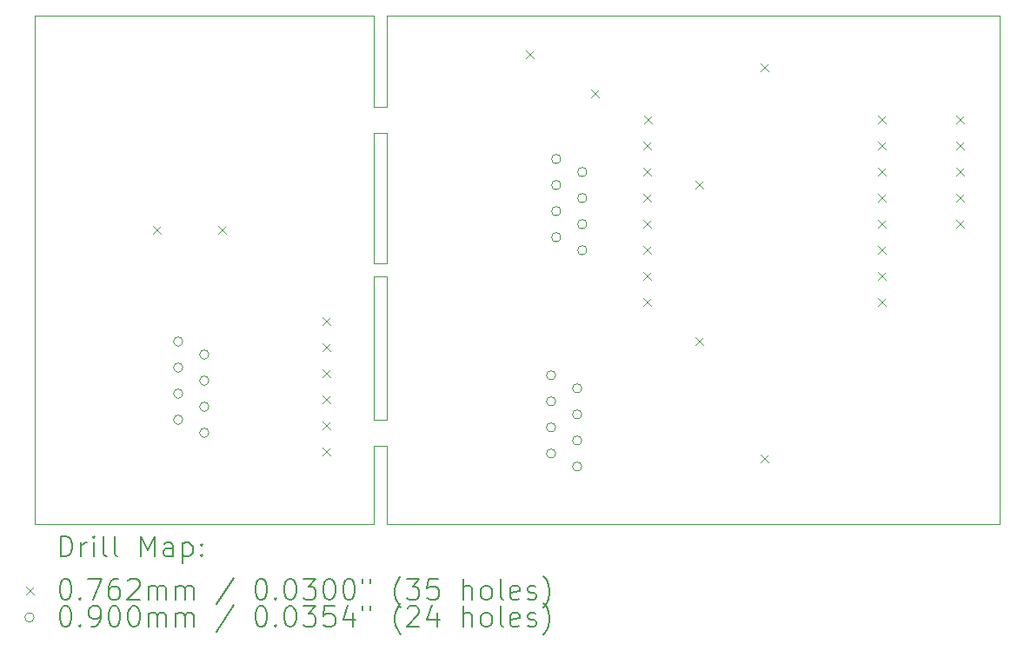
<source format=gbr>
%TF.GenerationSoftware,KiCad,Pcbnew,(6.0.8-1)-1*%
%TF.CreationDate,2023-05-11T15:02:47-07:00*%
%TF.ProjectId,rainus2.0,7261696e-7573-4322-9e30-2e6b69636164,rev?*%
%TF.SameCoordinates,Original*%
%TF.FileFunction,Drillmap*%
%TF.FilePolarity,Positive*%
%FSLAX45Y45*%
G04 Gerber Fmt 4.5, Leading zero omitted, Abs format (unit mm)*
G04 Created by KiCad (PCBNEW (6.0.8-1)-1) date 2023-05-11 15:02:47*
%MOMM*%
%LPD*%
G01*
G04 APERTURE LIST*
%ADD10C,0.100000*%
%ADD11C,0.200000*%
%ADD12C,0.076200*%
%ADD13C,0.090000*%
G04 APERTURE END LIST*
D10*
X12319000Y-7112000D02*
X12446000Y-7112000D01*
X12446000Y-6223000D01*
X18415000Y-6223000D01*
X18415000Y-11176000D01*
X12446000Y-11176000D01*
X12446000Y-10414000D01*
X12319000Y-10414000D01*
X12319000Y-11176000D01*
X9017000Y-11176000D01*
X9017000Y-6223000D01*
X12319000Y-6223000D01*
X12319000Y-7112000D01*
X12319000Y-8763000D02*
X12446000Y-8763000D01*
X12446000Y-8763000D02*
X12446000Y-10160000D01*
X12446000Y-10160000D02*
X12319000Y-10160000D01*
X12319000Y-10160000D02*
X12319000Y-8763000D01*
X12319000Y-7366000D02*
X12446000Y-7366000D01*
X12446000Y-7366000D02*
X12446000Y-8636000D01*
X12446000Y-8636000D02*
X12319000Y-8636000D01*
X12319000Y-8636000D02*
X12319000Y-7366000D01*
D11*
D12*
X10172775Y-8268650D02*
X10248975Y-8344850D01*
X10248975Y-8268650D02*
X10172775Y-8344850D01*
X10807775Y-8268650D02*
X10883975Y-8344850D01*
X10883975Y-8268650D02*
X10807775Y-8344850D01*
X11823775Y-9157650D02*
X11899975Y-9233850D01*
X11899975Y-9157650D02*
X11823775Y-9233850D01*
X11823775Y-9411650D02*
X11899975Y-9487850D01*
X11899975Y-9411650D02*
X11823775Y-9487850D01*
X11823775Y-9665650D02*
X11899975Y-9741850D01*
X11899975Y-9665650D02*
X11823775Y-9741850D01*
X11823775Y-9919650D02*
X11899975Y-9995850D01*
X11899975Y-9919650D02*
X11823775Y-9995850D01*
X11823775Y-10173650D02*
X11899975Y-10249850D01*
X11899975Y-10173650D02*
X11823775Y-10249850D01*
X11823775Y-10427650D02*
X11899975Y-10503850D01*
X11899975Y-10427650D02*
X11823775Y-10503850D01*
X13804900Y-6565900D02*
X13881100Y-6642100D01*
X13881100Y-6565900D02*
X13804900Y-6642100D01*
X14439900Y-6946900D02*
X14516100Y-7023100D01*
X14516100Y-6946900D02*
X14439900Y-7023100D01*
X14947900Y-7454900D02*
X15024100Y-7531100D01*
X15024100Y-7454900D02*
X14947900Y-7531100D01*
X14947900Y-7708900D02*
X15024100Y-7785100D01*
X15024100Y-7708900D02*
X14947900Y-7785100D01*
X14947900Y-7962900D02*
X15024100Y-8039100D01*
X15024100Y-7962900D02*
X14947900Y-8039100D01*
X14947900Y-8216900D02*
X15024100Y-8293100D01*
X15024100Y-8216900D02*
X14947900Y-8293100D01*
X14947900Y-8470900D02*
X15024100Y-8547100D01*
X15024100Y-8470900D02*
X14947900Y-8547100D01*
X14947900Y-8724900D02*
X15024100Y-8801100D01*
X15024100Y-8724900D02*
X14947900Y-8801100D01*
X14947900Y-8978900D02*
X15024100Y-9055100D01*
X15024100Y-8978900D02*
X14947900Y-9055100D01*
X14950900Y-7200900D02*
X15027100Y-7277100D01*
X15027100Y-7200900D02*
X14950900Y-7277100D01*
X15455900Y-7835900D02*
X15532100Y-7912100D01*
X15532100Y-7835900D02*
X15455900Y-7912100D01*
X15455900Y-9359900D02*
X15532100Y-9436100D01*
X15532100Y-9359900D02*
X15455900Y-9436100D01*
X16090900Y-6692900D02*
X16167100Y-6769100D01*
X16167100Y-6692900D02*
X16090900Y-6769100D01*
X16090900Y-10502900D02*
X16167100Y-10579100D01*
X16167100Y-10502900D02*
X16090900Y-10579100D01*
X17233900Y-7200900D02*
X17310100Y-7277100D01*
X17310100Y-7200900D02*
X17233900Y-7277100D01*
X17233900Y-7454900D02*
X17310100Y-7531100D01*
X17310100Y-7454900D02*
X17233900Y-7531100D01*
X17233900Y-7708900D02*
X17310100Y-7785100D01*
X17310100Y-7708900D02*
X17233900Y-7785100D01*
X17233900Y-7962900D02*
X17310100Y-8039100D01*
X17310100Y-7962900D02*
X17233900Y-8039100D01*
X17233900Y-8216900D02*
X17310100Y-8293100D01*
X17310100Y-8216900D02*
X17233900Y-8293100D01*
X17233900Y-8470900D02*
X17310100Y-8547100D01*
X17310100Y-8470900D02*
X17233900Y-8547100D01*
X17233900Y-8724900D02*
X17310100Y-8801100D01*
X17310100Y-8724900D02*
X17233900Y-8801100D01*
X17233900Y-8978900D02*
X17310100Y-9055100D01*
X17310100Y-8978900D02*
X17233900Y-9055100D01*
X17995900Y-7200900D02*
X18072100Y-7277100D01*
X18072100Y-7200900D02*
X17995900Y-7277100D01*
X17995900Y-7454900D02*
X18072100Y-7531100D01*
X18072100Y-7454900D02*
X17995900Y-7531100D01*
X17995900Y-7708900D02*
X18072100Y-7785100D01*
X18072100Y-7708900D02*
X17995900Y-7785100D01*
X17995900Y-7962900D02*
X18072100Y-8039100D01*
X18072100Y-7962900D02*
X17995900Y-8039100D01*
X17995900Y-8216900D02*
X18072100Y-8293100D01*
X18072100Y-8216900D02*
X17995900Y-8293100D01*
D13*
X10459875Y-9398000D02*
G75*
G03*
X10459875Y-9398000I-45000J0D01*
G01*
X10459875Y-9652000D02*
G75*
G03*
X10459875Y-9652000I-45000J0D01*
G01*
X10459875Y-9906000D02*
G75*
G03*
X10459875Y-9906000I-45000J0D01*
G01*
X10459875Y-10160000D02*
G75*
G03*
X10459875Y-10160000I-45000J0D01*
G01*
X10713875Y-9525000D02*
G75*
G03*
X10713875Y-9525000I-45000J0D01*
G01*
X10713875Y-9779000D02*
G75*
G03*
X10713875Y-9779000I-45000J0D01*
G01*
X10713875Y-10033000D02*
G75*
G03*
X10713875Y-10033000I-45000J0D01*
G01*
X10713875Y-10287000D02*
G75*
G03*
X10713875Y-10287000I-45000J0D01*
G01*
X14092000Y-9727250D02*
G75*
G03*
X14092000Y-9727250I-45000J0D01*
G01*
X14092000Y-9981250D02*
G75*
G03*
X14092000Y-9981250I-45000J0D01*
G01*
X14092000Y-10235250D02*
G75*
G03*
X14092000Y-10235250I-45000J0D01*
G01*
X14092000Y-10489250D02*
G75*
G03*
X14092000Y-10489250I-45000J0D01*
G01*
X14142000Y-7620000D02*
G75*
G03*
X14142000Y-7620000I-45000J0D01*
G01*
X14142000Y-7874000D02*
G75*
G03*
X14142000Y-7874000I-45000J0D01*
G01*
X14142000Y-8128000D02*
G75*
G03*
X14142000Y-8128000I-45000J0D01*
G01*
X14142000Y-8382000D02*
G75*
G03*
X14142000Y-8382000I-45000J0D01*
G01*
X14346000Y-9854250D02*
G75*
G03*
X14346000Y-9854250I-45000J0D01*
G01*
X14346000Y-10108250D02*
G75*
G03*
X14346000Y-10108250I-45000J0D01*
G01*
X14346000Y-10362250D02*
G75*
G03*
X14346000Y-10362250I-45000J0D01*
G01*
X14346000Y-10616250D02*
G75*
G03*
X14346000Y-10616250I-45000J0D01*
G01*
X14396000Y-7747000D02*
G75*
G03*
X14396000Y-7747000I-45000J0D01*
G01*
X14396000Y-8001000D02*
G75*
G03*
X14396000Y-8001000I-45000J0D01*
G01*
X14396000Y-8255000D02*
G75*
G03*
X14396000Y-8255000I-45000J0D01*
G01*
X14396000Y-8509000D02*
G75*
G03*
X14396000Y-8509000I-45000J0D01*
G01*
D11*
X9269619Y-11491476D02*
X9269619Y-11291476D01*
X9317238Y-11291476D01*
X9345810Y-11301000D01*
X9364857Y-11320048D01*
X9374381Y-11339095D01*
X9383905Y-11377190D01*
X9383905Y-11405762D01*
X9374381Y-11443857D01*
X9364857Y-11462905D01*
X9345810Y-11481952D01*
X9317238Y-11491476D01*
X9269619Y-11491476D01*
X9469619Y-11491476D02*
X9469619Y-11358143D01*
X9469619Y-11396238D02*
X9479143Y-11377190D01*
X9488667Y-11367667D01*
X9507714Y-11358143D01*
X9526762Y-11358143D01*
X9593429Y-11491476D02*
X9593429Y-11358143D01*
X9593429Y-11291476D02*
X9583905Y-11301000D01*
X9593429Y-11310524D01*
X9602952Y-11301000D01*
X9593429Y-11291476D01*
X9593429Y-11310524D01*
X9717238Y-11491476D02*
X9698190Y-11481952D01*
X9688667Y-11462905D01*
X9688667Y-11291476D01*
X9822000Y-11491476D02*
X9802952Y-11481952D01*
X9793429Y-11462905D01*
X9793429Y-11291476D01*
X10050571Y-11491476D02*
X10050571Y-11291476D01*
X10117238Y-11434333D01*
X10183905Y-11291476D01*
X10183905Y-11491476D01*
X10364857Y-11491476D02*
X10364857Y-11386714D01*
X10355333Y-11367667D01*
X10336286Y-11358143D01*
X10298190Y-11358143D01*
X10279143Y-11367667D01*
X10364857Y-11481952D02*
X10345810Y-11491476D01*
X10298190Y-11491476D01*
X10279143Y-11481952D01*
X10269619Y-11462905D01*
X10269619Y-11443857D01*
X10279143Y-11424809D01*
X10298190Y-11415286D01*
X10345810Y-11415286D01*
X10364857Y-11405762D01*
X10460095Y-11358143D02*
X10460095Y-11558143D01*
X10460095Y-11367667D02*
X10479143Y-11358143D01*
X10517238Y-11358143D01*
X10536286Y-11367667D01*
X10545810Y-11377190D01*
X10555333Y-11396238D01*
X10555333Y-11453381D01*
X10545810Y-11472428D01*
X10536286Y-11481952D01*
X10517238Y-11491476D01*
X10479143Y-11491476D01*
X10460095Y-11481952D01*
X10641048Y-11472428D02*
X10650571Y-11481952D01*
X10641048Y-11491476D01*
X10631524Y-11481952D01*
X10641048Y-11472428D01*
X10641048Y-11491476D01*
X10641048Y-11367667D02*
X10650571Y-11377190D01*
X10641048Y-11386714D01*
X10631524Y-11377190D01*
X10641048Y-11367667D01*
X10641048Y-11386714D01*
D12*
X8935800Y-11782900D02*
X9012000Y-11859100D01*
X9012000Y-11782900D02*
X8935800Y-11859100D01*
D11*
X9307714Y-11711476D02*
X9326762Y-11711476D01*
X9345810Y-11721000D01*
X9355333Y-11730524D01*
X9364857Y-11749571D01*
X9374381Y-11787667D01*
X9374381Y-11835286D01*
X9364857Y-11873381D01*
X9355333Y-11892428D01*
X9345810Y-11901952D01*
X9326762Y-11911476D01*
X9307714Y-11911476D01*
X9288667Y-11901952D01*
X9279143Y-11892428D01*
X9269619Y-11873381D01*
X9260095Y-11835286D01*
X9260095Y-11787667D01*
X9269619Y-11749571D01*
X9279143Y-11730524D01*
X9288667Y-11721000D01*
X9307714Y-11711476D01*
X9460095Y-11892428D02*
X9469619Y-11901952D01*
X9460095Y-11911476D01*
X9450571Y-11901952D01*
X9460095Y-11892428D01*
X9460095Y-11911476D01*
X9536286Y-11711476D02*
X9669619Y-11711476D01*
X9583905Y-11911476D01*
X9831524Y-11711476D02*
X9793429Y-11711476D01*
X9774381Y-11721000D01*
X9764857Y-11730524D01*
X9745810Y-11759095D01*
X9736286Y-11797190D01*
X9736286Y-11873381D01*
X9745810Y-11892428D01*
X9755333Y-11901952D01*
X9774381Y-11911476D01*
X9812476Y-11911476D01*
X9831524Y-11901952D01*
X9841048Y-11892428D01*
X9850571Y-11873381D01*
X9850571Y-11825762D01*
X9841048Y-11806714D01*
X9831524Y-11797190D01*
X9812476Y-11787667D01*
X9774381Y-11787667D01*
X9755333Y-11797190D01*
X9745810Y-11806714D01*
X9736286Y-11825762D01*
X9926762Y-11730524D02*
X9936286Y-11721000D01*
X9955333Y-11711476D01*
X10002952Y-11711476D01*
X10022000Y-11721000D01*
X10031524Y-11730524D01*
X10041048Y-11749571D01*
X10041048Y-11768619D01*
X10031524Y-11797190D01*
X9917238Y-11911476D01*
X10041048Y-11911476D01*
X10126762Y-11911476D02*
X10126762Y-11778143D01*
X10126762Y-11797190D02*
X10136286Y-11787667D01*
X10155333Y-11778143D01*
X10183905Y-11778143D01*
X10202952Y-11787667D01*
X10212476Y-11806714D01*
X10212476Y-11911476D01*
X10212476Y-11806714D02*
X10222000Y-11787667D01*
X10241048Y-11778143D01*
X10269619Y-11778143D01*
X10288667Y-11787667D01*
X10298190Y-11806714D01*
X10298190Y-11911476D01*
X10393429Y-11911476D02*
X10393429Y-11778143D01*
X10393429Y-11797190D02*
X10402952Y-11787667D01*
X10422000Y-11778143D01*
X10450571Y-11778143D01*
X10469619Y-11787667D01*
X10479143Y-11806714D01*
X10479143Y-11911476D01*
X10479143Y-11806714D02*
X10488667Y-11787667D01*
X10507714Y-11778143D01*
X10536286Y-11778143D01*
X10555333Y-11787667D01*
X10564857Y-11806714D01*
X10564857Y-11911476D01*
X10955333Y-11701952D02*
X10783905Y-11959095D01*
X11212476Y-11711476D02*
X11231524Y-11711476D01*
X11250571Y-11721000D01*
X11260095Y-11730524D01*
X11269619Y-11749571D01*
X11279143Y-11787667D01*
X11279143Y-11835286D01*
X11269619Y-11873381D01*
X11260095Y-11892428D01*
X11250571Y-11901952D01*
X11231524Y-11911476D01*
X11212476Y-11911476D01*
X11193428Y-11901952D01*
X11183905Y-11892428D01*
X11174381Y-11873381D01*
X11164857Y-11835286D01*
X11164857Y-11787667D01*
X11174381Y-11749571D01*
X11183905Y-11730524D01*
X11193428Y-11721000D01*
X11212476Y-11711476D01*
X11364857Y-11892428D02*
X11374381Y-11901952D01*
X11364857Y-11911476D01*
X11355333Y-11901952D01*
X11364857Y-11892428D01*
X11364857Y-11911476D01*
X11498190Y-11711476D02*
X11517238Y-11711476D01*
X11536286Y-11721000D01*
X11545809Y-11730524D01*
X11555333Y-11749571D01*
X11564857Y-11787667D01*
X11564857Y-11835286D01*
X11555333Y-11873381D01*
X11545809Y-11892428D01*
X11536286Y-11901952D01*
X11517238Y-11911476D01*
X11498190Y-11911476D01*
X11479143Y-11901952D01*
X11469619Y-11892428D01*
X11460095Y-11873381D01*
X11450571Y-11835286D01*
X11450571Y-11787667D01*
X11460095Y-11749571D01*
X11469619Y-11730524D01*
X11479143Y-11721000D01*
X11498190Y-11711476D01*
X11631524Y-11711476D02*
X11755333Y-11711476D01*
X11688667Y-11787667D01*
X11717238Y-11787667D01*
X11736286Y-11797190D01*
X11745809Y-11806714D01*
X11755333Y-11825762D01*
X11755333Y-11873381D01*
X11745809Y-11892428D01*
X11736286Y-11901952D01*
X11717238Y-11911476D01*
X11660095Y-11911476D01*
X11641048Y-11901952D01*
X11631524Y-11892428D01*
X11879143Y-11711476D02*
X11898190Y-11711476D01*
X11917238Y-11721000D01*
X11926762Y-11730524D01*
X11936286Y-11749571D01*
X11945809Y-11787667D01*
X11945809Y-11835286D01*
X11936286Y-11873381D01*
X11926762Y-11892428D01*
X11917238Y-11901952D01*
X11898190Y-11911476D01*
X11879143Y-11911476D01*
X11860095Y-11901952D01*
X11850571Y-11892428D01*
X11841048Y-11873381D01*
X11831524Y-11835286D01*
X11831524Y-11787667D01*
X11841048Y-11749571D01*
X11850571Y-11730524D01*
X11860095Y-11721000D01*
X11879143Y-11711476D01*
X12069619Y-11711476D02*
X12088667Y-11711476D01*
X12107714Y-11721000D01*
X12117238Y-11730524D01*
X12126762Y-11749571D01*
X12136286Y-11787667D01*
X12136286Y-11835286D01*
X12126762Y-11873381D01*
X12117238Y-11892428D01*
X12107714Y-11901952D01*
X12088667Y-11911476D01*
X12069619Y-11911476D01*
X12050571Y-11901952D01*
X12041048Y-11892428D01*
X12031524Y-11873381D01*
X12022000Y-11835286D01*
X12022000Y-11787667D01*
X12031524Y-11749571D01*
X12041048Y-11730524D01*
X12050571Y-11721000D01*
X12069619Y-11711476D01*
X12212476Y-11711476D02*
X12212476Y-11749571D01*
X12288667Y-11711476D02*
X12288667Y-11749571D01*
X12583905Y-11987667D02*
X12574381Y-11978143D01*
X12555333Y-11949571D01*
X12545809Y-11930524D01*
X12536286Y-11901952D01*
X12526762Y-11854333D01*
X12526762Y-11816238D01*
X12536286Y-11768619D01*
X12545809Y-11740048D01*
X12555333Y-11721000D01*
X12574381Y-11692428D01*
X12583905Y-11682905D01*
X12641048Y-11711476D02*
X12764857Y-11711476D01*
X12698190Y-11787667D01*
X12726762Y-11787667D01*
X12745809Y-11797190D01*
X12755333Y-11806714D01*
X12764857Y-11825762D01*
X12764857Y-11873381D01*
X12755333Y-11892428D01*
X12745809Y-11901952D01*
X12726762Y-11911476D01*
X12669619Y-11911476D01*
X12650571Y-11901952D01*
X12641048Y-11892428D01*
X12945809Y-11711476D02*
X12850571Y-11711476D01*
X12841048Y-11806714D01*
X12850571Y-11797190D01*
X12869619Y-11787667D01*
X12917238Y-11787667D01*
X12936286Y-11797190D01*
X12945809Y-11806714D01*
X12955333Y-11825762D01*
X12955333Y-11873381D01*
X12945809Y-11892428D01*
X12936286Y-11901952D01*
X12917238Y-11911476D01*
X12869619Y-11911476D01*
X12850571Y-11901952D01*
X12841048Y-11892428D01*
X13193428Y-11911476D02*
X13193428Y-11711476D01*
X13279143Y-11911476D02*
X13279143Y-11806714D01*
X13269619Y-11787667D01*
X13250571Y-11778143D01*
X13222000Y-11778143D01*
X13202952Y-11787667D01*
X13193428Y-11797190D01*
X13402952Y-11911476D02*
X13383905Y-11901952D01*
X13374381Y-11892428D01*
X13364857Y-11873381D01*
X13364857Y-11816238D01*
X13374381Y-11797190D01*
X13383905Y-11787667D01*
X13402952Y-11778143D01*
X13431524Y-11778143D01*
X13450571Y-11787667D01*
X13460095Y-11797190D01*
X13469619Y-11816238D01*
X13469619Y-11873381D01*
X13460095Y-11892428D01*
X13450571Y-11901952D01*
X13431524Y-11911476D01*
X13402952Y-11911476D01*
X13583905Y-11911476D02*
X13564857Y-11901952D01*
X13555333Y-11882905D01*
X13555333Y-11711476D01*
X13736286Y-11901952D02*
X13717238Y-11911476D01*
X13679143Y-11911476D01*
X13660095Y-11901952D01*
X13650571Y-11882905D01*
X13650571Y-11806714D01*
X13660095Y-11787667D01*
X13679143Y-11778143D01*
X13717238Y-11778143D01*
X13736286Y-11787667D01*
X13745809Y-11806714D01*
X13745809Y-11825762D01*
X13650571Y-11844809D01*
X13822000Y-11901952D02*
X13841048Y-11911476D01*
X13879143Y-11911476D01*
X13898190Y-11901952D01*
X13907714Y-11882905D01*
X13907714Y-11873381D01*
X13898190Y-11854333D01*
X13879143Y-11844809D01*
X13850571Y-11844809D01*
X13831524Y-11835286D01*
X13822000Y-11816238D01*
X13822000Y-11806714D01*
X13831524Y-11787667D01*
X13850571Y-11778143D01*
X13879143Y-11778143D01*
X13898190Y-11787667D01*
X13974381Y-11987667D02*
X13983905Y-11978143D01*
X14002952Y-11949571D01*
X14012476Y-11930524D01*
X14022000Y-11901952D01*
X14031524Y-11854333D01*
X14031524Y-11816238D01*
X14022000Y-11768619D01*
X14012476Y-11740048D01*
X14002952Y-11721000D01*
X13983905Y-11692428D01*
X13974381Y-11682905D01*
D13*
X9012000Y-12085000D02*
G75*
G03*
X9012000Y-12085000I-45000J0D01*
G01*
D11*
X9307714Y-11975476D02*
X9326762Y-11975476D01*
X9345810Y-11985000D01*
X9355333Y-11994524D01*
X9364857Y-12013571D01*
X9374381Y-12051667D01*
X9374381Y-12099286D01*
X9364857Y-12137381D01*
X9355333Y-12156428D01*
X9345810Y-12165952D01*
X9326762Y-12175476D01*
X9307714Y-12175476D01*
X9288667Y-12165952D01*
X9279143Y-12156428D01*
X9269619Y-12137381D01*
X9260095Y-12099286D01*
X9260095Y-12051667D01*
X9269619Y-12013571D01*
X9279143Y-11994524D01*
X9288667Y-11985000D01*
X9307714Y-11975476D01*
X9460095Y-12156428D02*
X9469619Y-12165952D01*
X9460095Y-12175476D01*
X9450571Y-12165952D01*
X9460095Y-12156428D01*
X9460095Y-12175476D01*
X9564857Y-12175476D02*
X9602952Y-12175476D01*
X9622000Y-12165952D01*
X9631524Y-12156428D01*
X9650571Y-12127857D01*
X9660095Y-12089762D01*
X9660095Y-12013571D01*
X9650571Y-11994524D01*
X9641048Y-11985000D01*
X9622000Y-11975476D01*
X9583905Y-11975476D01*
X9564857Y-11985000D01*
X9555333Y-11994524D01*
X9545810Y-12013571D01*
X9545810Y-12061190D01*
X9555333Y-12080238D01*
X9564857Y-12089762D01*
X9583905Y-12099286D01*
X9622000Y-12099286D01*
X9641048Y-12089762D01*
X9650571Y-12080238D01*
X9660095Y-12061190D01*
X9783905Y-11975476D02*
X9802952Y-11975476D01*
X9822000Y-11985000D01*
X9831524Y-11994524D01*
X9841048Y-12013571D01*
X9850571Y-12051667D01*
X9850571Y-12099286D01*
X9841048Y-12137381D01*
X9831524Y-12156428D01*
X9822000Y-12165952D01*
X9802952Y-12175476D01*
X9783905Y-12175476D01*
X9764857Y-12165952D01*
X9755333Y-12156428D01*
X9745810Y-12137381D01*
X9736286Y-12099286D01*
X9736286Y-12051667D01*
X9745810Y-12013571D01*
X9755333Y-11994524D01*
X9764857Y-11985000D01*
X9783905Y-11975476D01*
X9974381Y-11975476D02*
X9993429Y-11975476D01*
X10012476Y-11985000D01*
X10022000Y-11994524D01*
X10031524Y-12013571D01*
X10041048Y-12051667D01*
X10041048Y-12099286D01*
X10031524Y-12137381D01*
X10022000Y-12156428D01*
X10012476Y-12165952D01*
X9993429Y-12175476D01*
X9974381Y-12175476D01*
X9955333Y-12165952D01*
X9945810Y-12156428D01*
X9936286Y-12137381D01*
X9926762Y-12099286D01*
X9926762Y-12051667D01*
X9936286Y-12013571D01*
X9945810Y-11994524D01*
X9955333Y-11985000D01*
X9974381Y-11975476D01*
X10126762Y-12175476D02*
X10126762Y-12042143D01*
X10126762Y-12061190D02*
X10136286Y-12051667D01*
X10155333Y-12042143D01*
X10183905Y-12042143D01*
X10202952Y-12051667D01*
X10212476Y-12070714D01*
X10212476Y-12175476D01*
X10212476Y-12070714D02*
X10222000Y-12051667D01*
X10241048Y-12042143D01*
X10269619Y-12042143D01*
X10288667Y-12051667D01*
X10298190Y-12070714D01*
X10298190Y-12175476D01*
X10393429Y-12175476D02*
X10393429Y-12042143D01*
X10393429Y-12061190D02*
X10402952Y-12051667D01*
X10422000Y-12042143D01*
X10450571Y-12042143D01*
X10469619Y-12051667D01*
X10479143Y-12070714D01*
X10479143Y-12175476D01*
X10479143Y-12070714D02*
X10488667Y-12051667D01*
X10507714Y-12042143D01*
X10536286Y-12042143D01*
X10555333Y-12051667D01*
X10564857Y-12070714D01*
X10564857Y-12175476D01*
X10955333Y-11965952D02*
X10783905Y-12223095D01*
X11212476Y-11975476D02*
X11231524Y-11975476D01*
X11250571Y-11985000D01*
X11260095Y-11994524D01*
X11269619Y-12013571D01*
X11279143Y-12051667D01*
X11279143Y-12099286D01*
X11269619Y-12137381D01*
X11260095Y-12156428D01*
X11250571Y-12165952D01*
X11231524Y-12175476D01*
X11212476Y-12175476D01*
X11193428Y-12165952D01*
X11183905Y-12156428D01*
X11174381Y-12137381D01*
X11164857Y-12099286D01*
X11164857Y-12051667D01*
X11174381Y-12013571D01*
X11183905Y-11994524D01*
X11193428Y-11985000D01*
X11212476Y-11975476D01*
X11364857Y-12156428D02*
X11374381Y-12165952D01*
X11364857Y-12175476D01*
X11355333Y-12165952D01*
X11364857Y-12156428D01*
X11364857Y-12175476D01*
X11498190Y-11975476D02*
X11517238Y-11975476D01*
X11536286Y-11985000D01*
X11545809Y-11994524D01*
X11555333Y-12013571D01*
X11564857Y-12051667D01*
X11564857Y-12099286D01*
X11555333Y-12137381D01*
X11545809Y-12156428D01*
X11536286Y-12165952D01*
X11517238Y-12175476D01*
X11498190Y-12175476D01*
X11479143Y-12165952D01*
X11469619Y-12156428D01*
X11460095Y-12137381D01*
X11450571Y-12099286D01*
X11450571Y-12051667D01*
X11460095Y-12013571D01*
X11469619Y-11994524D01*
X11479143Y-11985000D01*
X11498190Y-11975476D01*
X11631524Y-11975476D02*
X11755333Y-11975476D01*
X11688667Y-12051667D01*
X11717238Y-12051667D01*
X11736286Y-12061190D01*
X11745809Y-12070714D01*
X11755333Y-12089762D01*
X11755333Y-12137381D01*
X11745809Y-12156428D01*
X11736286Y-12165952D01*
X11717238Y-12175476D01*
X11660095Y-12175476D01*
X11641048Y-12165952D01*
X11631524Y-12156428D01*
X11936286Y-11975476D02*
X11841048Y-11975476D01*
X11831524Y-12070714D01*
X11841048Y-12061190D01*
X11860095Y-12051667D01*
X11907714Y-12051667D01*
X11926762Y-12061190D01*
X11936286Y-12070714D01*
X11945809Y-12089762D01*
X11945809Y-12137381D01*
X11936286Y-12156428D01*
X11926762Y-12165952D01*
X11907714Y-12175476D01*
X11860095Y-12175476D01*
X11841048Y-12165952D01*
X11831524Y-12156428D01*
X12117238Y-12042143D02*
X12117238Y-12175476D01*
X12069619Y-11965952D02*
X12022000Y-12108809D01*
X12145809Y-12108809D01*
X12212476Y-11975476D02*
X12212476Y-12013571D01*
X12288667Y-11975476D02*
X12288667Y-12013571D01*
X12583905Y-12251667D02*
X12574381Y-12242143D01*
X12555333Y-12213571D01*
X12545809Y-12194524D01*
X12536286Y-12165952D01*
X12526762Y-12118333D01*
X12526762Y-12080238D01*
X12536286Y-12032619D01*
X12545809Y-12004048D01*
X12555333Y-11985000D01*
X12574381Y-11956428D01*
X12583905Y-11946905D01*
X12650571Y-11994524D02*
X12660095Y-11985000D01*
X12679143Y-11975476D01*
X12726762Y-11975476D01*
X12745809Y-11985000D01*
X12755333Y-11994524D01*
X12764857Y-12013571D01*
X12764857Y-12032619D01*
X12755333Y-12061190D01*
X12641048Y-12175476D01*
X12764857Y-12175476D01*
X12936286Y-12042143D02*
X12936286Y-12175476D01*
X12888667Y-11965952D02*
X12841048Y-12108809D01*
X12964857Y-12108809D01*
X13193428Y-12175476D02*
X13193428Y-11975476D01*
X13279143Y-12175476D02*
X13279143Y-12070714D01*
X13269619Y-12051667D01*
X13250571Y-12042143D01*
X13222000Y-12042143D01*
X13202952Y-12051667D01*
X13193428Y-12061190D01*
X13402952Y-12175476D02*
X13383905Y-12165952D01*
X13374381Y-12156428D01*
X13364857Y-12137381D01*
X13364857Y-12080238D01*
X13374381Y-12061190D01*
X13383905Y-12051667D01*
X13402952Y-12042143D01*
X13431524Y-12042143D01*
X13450571Y-12051667D01*
X13460095Y-12061190D01*
X13469619Y-12080238D01*
X13469619Y-12137381D01*
X13460095Y-12156428D01*
X13450571Y-12165952D01*
X13431524Y-12175476D01*
X13402952Y-12175476D01*
X13583905Y-12175476D02*
X13564857Y-12165952D01*
X13555333Y-12146905D01*
X13555333Y-11975476D01*
X13736286Y-12165952D02*
X13717238Y-12175476D01*
X13679143Y-12175476D01*
X13660095Y-12165952D01*
X13650571Y-12146905D01*
X13650571Y-12070714D01*
X13660095Y-12051667D01*
X13679143Y-12042143D01*
X13717238Y-12042143D01*
X13736286Y-12051667D01*
X13745809Y-12070714D01*
X13745809Y-12089762D01*
X13650571Y-12108809D01*
X13822000Y-12165952D02*
X13841048Y-12175476D01*
X13879143Y-12175476D01*
X13898190Y-12165952D01*
X13907714Y-12146905D01*
X13907714Y-12137381D01*
X13898190Y-12118333D01*
X13879143Y-12108809D01*
X13850571Y-12108809D01*
X13831524Y-12099286D01*
X13822000Y-12080238D01*
X13822000Y-12070714D01*
X13831524Y-12051667D01*
X13850571Y-12042143D01*
X13879143Y-12042143D01*
X13898190Y-12051667D01*
X13974381Y-12251667D02*
X13983905Y-12242143D01*
X14002952Y-12213571D01*
X14012476Y-12194524D01*
X14022000Y-12165952D01*
X14031524Y-12118333D01*
X14031524Y-12080238D01*
X14022000Y-12032619D01*
X14012476Y-12004048D01*
X14002952Y-11985000D01*
X13983905Y-11956428D01*
X13974381Y-11946905D01*
M02*

</source>
